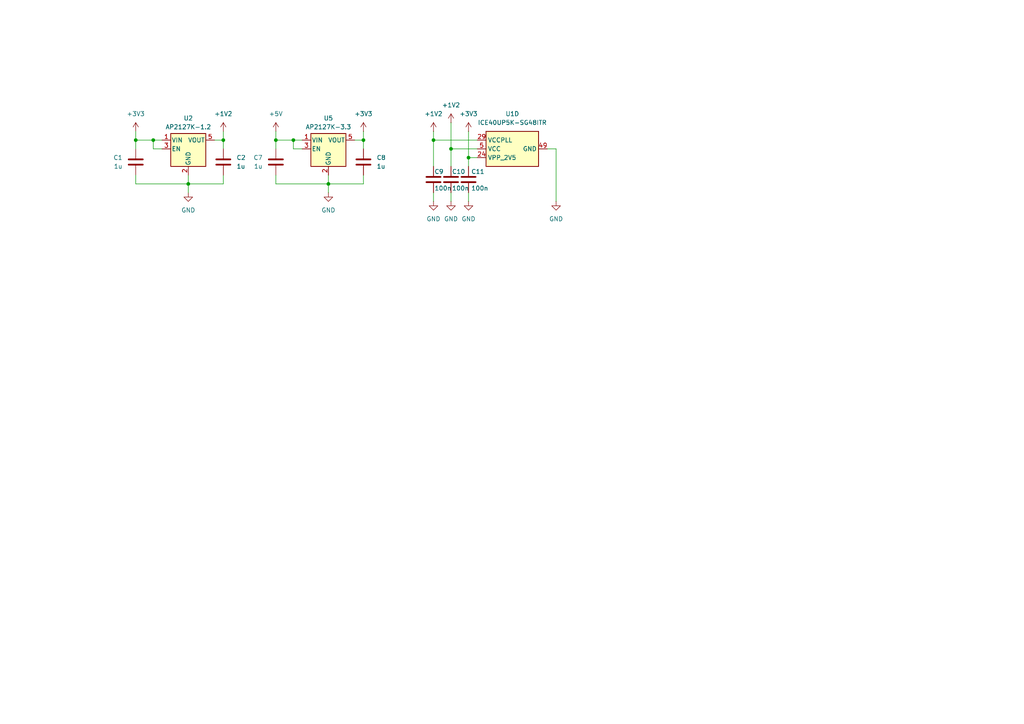
<source format=kicad_sch>
(kicad_sch (version 20231120) (generator "eeschema") (generator_version "8.0")
  (paper "A4")
  (lib_symbols
    (symbol "Device:C" (pin_numbers hide) (pin_names (offset 0.254))
      (property "Reference" "C" (at 0.635 2.54 0))
      (property "Value" "C" (at 0.635 -2.54 0))
      (symbol "C_0_1"
        (polyline (pts (xy -2.032 -0.762) (xy 2.032 -0.762)) (stroke (width 0.508)))
        (polyline (pts (xy -2.032 0.762) (xy 2.032 0.762)) (stroke (width 0.508)))
      )
      (symbol "C_1_1"
        (pin passive line (at 0 3.81 270) (length 2.794) (name "~") (number "1"))
        (pin passive line (at 0 -3.81 90) (length 2.794) (name "~") (number "2"))
      )
    )
    (symbol "FPGA_Lattice:ICE40UP5K-SG48ITR"
      (property "Reference" "U" (at -8.89 -29.21 0))
      (property "Value" "ICE40UP5K-SG48ITR" (at 0 -31.75 0))
      (symbol "ICE40UP5K-SG48ITR_1_1"
        (rectangle (start -7.62 25.4) (end 7.62 -27.94) (stroke (width 0.254)) (fill (type background)))
        (pin bidirectional line (at -10.16 12.7 0) (length 2.54) (name "IOT_37a") (number "23"))
        (pin bidirectional line (at -10.16 15.24 0) (length 2.54) (name "IOT_36b") (number "25"))
        (pin bidirectional line (at -10.16 7.62 0) (length 2.54) (name "IOT_39a") (number "26"))
        (pin bidirectional line (at -10.16 10.16 0) (length 2.54) (name "IOT_38b") (number "27"))
        (pin bidirectional line (at -10.16 5.08 0) (length 2.54) (name "IOT_41a") (number "28"))
        (pin bidirectional line (at -10.16 2.54 0) (length 2.54) (name "IOT_42b") (number "31"))
        (pin bidirectional line (at -10.16 0 0) (length 2.54) (name "IOT_43a") (number "32"))
        (pin power_in line (at 0 27.94 270) (length 2.54) (name "VCCIO_0") (number "33"))
        (pin bidirectional line (at -10.16 -2.54 0) (length 2.54) (name "IOT_44b") (number "34"))
        (pin bidirectional line (at -10.16 -7.62 0) (length 2.54) (name "IOT_46b_G0") (number "35"))
        (pin bidirectional line (at -10.16 -10.16 0) (length 2.54) (name "IOT_48b") (number "36"))
        (pin bidirectional line (at -10.16 -5.08 0) (length 2.54) (name "IOT_45a_G1") (number "37"))
        (pin bidirectional line (at -10.16 -15.24 0) (length 2.54) (name "IOT_50b") (number "38"))
        (pin open_collector line (at -10.16 -20.32 0) (length 2.54) (name "RGB0") (number "39"))
        (pin open_collector line (at -10.16 -22.86 0) (length 2.54) (name "RGB1") (number "40"))
        (pin open_collector line (at -10.16 -25.4 0) (length 2.54) (name "RGB2") (number "41"))
        (pin bidirectional line (at -10.16 -17.78 0) (length 2.54) (name "IOT_51a") (number "42"))
        (pin bidirectional line (at -10.16 -12.7 0) (length 2.54) (name "IOT_49a") (number "43"))
      )
      (symbol "ICE40UP5K-SG48ITR_2_1"
        (rectangle (start -10.16 25.4) (end 10.16 -25.4) (stroke (width 0.254)) (fill (type background)))
        (pin bidirectional line (at -12.7 5.08 0) (length 2.54) (name "IOB_18a") (number "10"))
        (pin bidirectional line (at -12.7 2.54 0) (length 2.54) (name "IOB_20a") (number "11"))
        (pin bidirectional line (at -12.7 0 0) (length 2.54) (name "IOB_22a") (number "12"))
        (pin bidirectional line (at -12.7 -5.08 0) (length 2.54) (name "IOB_24a") (number "13"))
        (pin bidirectional line (at -12.7 -15.24 0) (length 2.54) (name "IOB_32a_SPI_SO") (number "14"))
        (pin bidirectional line (at -12.7 -20.32 0) (length 2.54) (name "IOB_34a_SPI_SCK") (number "15"))
        (pin bidirectional line (at -12.7 -22.86 0) (length 2.54) (name "IOB_35b_SPI_SS") (number "16"))
        (pin bidirectional line (at -12.7 -17.78 0) (length 2.54) (name "IOB_33b_SPI_SI") (number "17"))
        (pin bidirectional line (at -12.7 -12.7 0) (length 2.54) (name "IOB_31b") (number "18"))
        (pin bidirectional line (at -12.7 -10.16 0) (length 2.54) (name "IOB_29b") (number "19"))
        (pin bidirectional line (at -12.7 -7.62 0) (length 2.54) (name "IOB_25b_G3") (number "20"))
        (pin bidirectional line (at -12.7 -2.54 0) (length 2.54) (name "IOB_23b") (number "21"))
        (pin power_in line (at 0 27.94 270) (length 2.54) (name "SPI_VCCIO1") (number "22"))
        (pin bidirectional line (at -12.7 10.16 0) (length 2.54) (name "IOB_13b") (number "6"))
        (pin open_collector line (at 12.7 17.78 180) (length 2.54) (name "CDONE") (number "7"))
        (pin input line (at -12.7 17.78 0) (length 2.54) (name "~{CRESET}") (number "8"))
        (pin bidirectional line (at -12.7 7.62 0) (length 2.54) (name "IOB_16a") (number "9"))
      )
      (symbol "ICE40UP5K-SG48ITR_3_1"
        (rectangle (start -7.62 15.24) (end 7.62 -15.24) (stroke (width 0.254)) (fill (type background)))
        (pin power_in line (at 0 17.78 270) (length 2.54) (name "VCCIO_2") (number "1"))
        (pin bidirectional line (at -10.16 -7.62 0) (length 2.54) (name "IOB_6a") (number "2"))
        (pin bidirectional line (at -10.16 -12.7 0) (length 2.54) (name "IOB_9b") (number "3"))
        (pin bidirectional line (at -10.16 -10.16 0) (length 2.54) (name "IOB_8a") (number "4"))
        (pin bidirectional line (at -10.16 0 0) (length 2.54) (name "IOB_3b_G6") (number "44"))
        (pin bidirectional line (at -10.16 -5.08 0) (length 2.54) (name "IOB_5b") (number "45"))
        (pin bidirectional line (at -10.16 5.08 0) (length 2.54) (name "IOB_0a") (number "46"))
        (pin bidirectional line (at -10.16 2.54 0) (length 2.54) (name "IOB_2a") (number "47"))
        (pin bidirectional line (at -10.16 -2.54 0) (length 2.54) (name "IOB_4a") (number "48"))
      )
      (symbol "ICE40UP5K-SG48ITR_4_1"
        (rectangle (start -5.08 7.62) (end 5.08 -7.62) (stroke (width 0.254)) (fill (type background)))
        (pin power_in line (at -2.54 10.16 270) (length 2.54) (name "VPP_2V5") (number "24"))
        (pin power_out line (at 2.54 10.16 270) (length 2.54) (name "VCCPLL") (number "29"))
        (pin passive line (at 0 10.16 270) (length 2.54) hide (name "VCC") (number "30"))
        (pin power_in line (at 0 -10.16 90) (length 2.54) (name "GND") (number "49"))
        (pin power_in line (at 0 10.16 270) (length 2.54) (name "VCC") (number "5"))
      )
    )
    (symbol "Regulator_Linear:AP2127K-1.2" (pin_names (offset 0.254))
      (property "Reference" "U" (at -5.08 5.715 0))
      (property "Value" "AP2127K-1.2" (at 0 5.715 0))
      (symbol "AP2127K-1.2_0_1"
        (rectangle (start -5.08 4.445) (end 5.08 -5.08) (stroke (width 0.254)) (fill (type background)))
      )
      (symbol "AP2127K-1.2_1_1"
        (pin power_in line (at -7.62 2.54 0) (length 2.54) (name "VIN") (number "1"))
        (pin power_in line (at 0 -7.62 90) (length 2.54) (name "GND") (number "2"))
        (pin input line (at -7.62 0 0) (length 2.54) (name "EN") (number "3"))
        (pin no_connect line (at 5.08 0 180) (length 2.54) hide (name "NC") (number "4"))
        (pin power_out line (at 7.62 2.54 180) (length 2.54) (name "VOUT") (number "5"))
      )
    )
    (symbol "Regulator_Linear:AP2127K-3.3" (pin_names (offset 0.254))
      (property "Reference" "U" (at -5.08 5.715 0))
      (property "Value" "AP2127K-3.3" (at 0 5.715 0))
      (symbol "AP2127K-3.3_0_1"
        (rectangle (start -5.08 4.445) (end 5.08 -5.08) (stroke (width 0.254)) (fill (type background)))
      )
      (symbol "AP2127K-3.3_1_1"
        (pin power_in line (at -7.62 2.54 0) (length 2.54) (name "VIN") (number "1"))
        (pin power_in line (at 0 -7.62 90) (length 2.54) (name "GND") (number "2"))
        (pin input line (at -7.62 0 0) (length 2.54) (name "EN") (number "3"))
        (pin no_connect line (at 5.08 0 180) (length 2.54) hide (name "NC") (number "4"))
        (pin power_out line (at 7.62 2.54 180) (length 2.54) (name "VOUT") (number "5"))
      )
    )
    (symbol "power:+1V2" (power) (pin_numbers hide) (pin_names (offset 0) hide)
      (property "Value" "+1V2" (at 0 3.556 0))
      (symbol "+1V2_0_1"
        (polyline (pts (xy -0.762 1.27) (xy 0 2.54)))
        (polyline (pts (xy 0 0) (xy 0 2.54)))
        (polyline (pts (xy 0 2.54) (xy 0.762 1.27)))
      )
      (symbol "+1V2_1_1"
        (pin power_in line (at 0 0 90) (length 0) (name "~") (number "1"))
      )
    )
    (symbol "power:+3V3" (power) (pin_numbers hide) (pin_names (offset 0) hide)
      (property "Value" "+3V3" (at 0 3.556 0))
      (symbol "+3V3_0_1"
        (polyline (pts (xy -0.762 1.27) (xy 0 2.54)))
        (polyline (pts (xy 0 0) (xy 0 2.54)))
        (polyline (pts (xy 0 2.54) (xy 0.762 1.27)))
      )
      (symbol "+3V3_1_1"
        (pin power_in line (at 0 0 90) (length 0) (name "~") (number "1"))
      )
    )
    (symbol "power:+5V" (power) (pin_numbers hide) (pin_names (offset 0) hide)
      (property "Value" "+5V" (at 0 3.556 0))
      (symbol "+5V_0_1"
        (polyline (pts (xy -0.762 1.27) (xy 0 2.54)))
        (polyline (pts (xy 0 0) (xy 0 2.54)))
        (polyline (pts (xy 0 2.54) (xy 0.762 1.27)))
      )
      (symbol "+5V_1_1"
        (pin power_in line (at 0 0 90) (length 0) (name "~") (number "1"))
      )
    )
    (symbol "power:GND" (power) (pin_numbers hide) (pin_names (offset 0) hide)
      (property "Value" "GND" (at 0 -3.81 0))
      (symbol "GND_0_1"
        (polyline (pts (xy 0 0) (xy 0 -1.27) (xy 1.27 -1.27) (xy 0 -2.54) (xy -1.27 -1.27) (xy 0 -1.27)))
      )
      (symbol "GND_1_1"
        (pin power_in line (at 0 0 270) (length 0) (name "~") (number "1"))
      )
    )
  )
  (junction (at 125.73 40.64))
  (junction (at 54.61 53.34))
  (junction (at 39.37 40.64))
  (junction (at 105.41 40.64))
  (junction (at 85.09 40.64))
  (junction (at 135.89 45.72))
  (junction (at 80.01 40.64))
  (junction (at 130.81 43.18))
  (junction (at 64.77 40.64))
  (junction (at 95.25 53.34))
  (junction (at 44.45 40.64))
  (wire (pts (xy 95.25 53.34) (xy 95.25 50.8)))
  (wire (pts (xy 130.81 48.26) (xy 130.81 43.18)))
  (wire (pts (xy 64.77 40.64) (xy 64.77 43.18)))
  (wire (pts (xy 158.75 43.18) (xy 161.29 43.18)))
  (wire (pts (xy 39.37 40.64) (xy 44.45 40.64)))
  (wire (pts (xy 87.63 43.18) (xy 85.09 43.18)))
  (wire (pts (xy 39.37 53.34) (xy 54.61 53.34)))
  (wire (pts (xy 135.89 38.1) (xy 135.89 45.72)))
  (wire (pts (xy 161.29 43.18) (xy 161.29 58.42)))
  (wire (pts (xy 80.01 50.8) (xy 80.01 53.34)))
  (wire (pts (xy 80.01 53.34) (xy 95.25 53.34)))
  (wire (pts (xy 62.23 40.64) (xy 64.77 40.64)))
  (wire (pts (xy 125.73 48.26) (xy 125.73 40.64)))
  (wire (pts (xy 64.77 53.34) (xy 54.61 53.34)))
  (wire (pts (xy 130.81 35.56) (xy 130.81 43.18)))
  (wire (pts (xy 54.61 53.34) (xy 54.61 55.88)))
  (wire (pts (xy 125.73 38.1) (xy 125.73 40.64)))
  (wire (pts (xy 105.41 38.1) (xy 105.41 40.64)))
  (wire (pts (xy 39.37 50.8) (xy 39.37 53.34)))
  (wire (pts (xy 105.41 53.34) (xy 95.25 53.34)))
  (wire (pts (xy 39.37 38.1) (xy 39.37 40.64)))
  (wire (pts (xy 44.45 40.64) (xy 44.45 43.18)))
  (wire (pts (xy 125.73 40.64) (xy 138.43 40.64)))
  (wire (pts (xy 39.37 43.18) (xy 39.37 40.64)))
  (wire (pts (xy 80.01 40.64) (xy 85.09 40.64)))
  (wire (pts (xy 54.61 53.34) (xy 54.61 50.8)))
  (wire (pts (xy 64.77 50.8) (xy 64.77 53.34)))
  (wire (pts (xy 85.09 40.64) (xy 85.09 43.18)))
  (wire (pts (xy 130.81 55.88) (xy 130.81 58.42)))
  (wire (pts (xy 130.81 43.18) (xy 138.43 43.18)))
  (wire (pts (xy 105.41 40.64) (xy 105.41 43.18)))
  (wire (pts (xy 102.87 40.64) (xy 105.41 40.64)))
  (wire (pts (xy 138.43 45.72) (xy 135.89 45.72)))
  (wire (pts (xy 105.41 50.8) (xy 105.41 53.34)))
  (wire (pts (xy 80.01 43.18) (xy 80.01 40.64)))
  (wire (pts (xy 44.45 40.64) (xy 46.99 40.64)))
  (wire (pts (xy 95.25 53.34) (xy 95.25 55.88)))
  (wire (pts (xy 125.73 55.88) (xy 125.73 58.42)))
  (wire (pts (xy 135.89 55.88) (xy 135.89 58.42)))
  (wire (pts (xy 46.99 43.18) (xy 44.45 43.18)))
  (wire (pts (xy 80.01 38.1) (xy 80.01 40.64)))
  (wire (pts (xy 135.89 45.72) (xy 135.89 48.26)))
  (wire (pts (xy 85.09 40.64) (xy 87.63 40.64)))
  (wire (pts (xy 64.77 38.1) (xy 64.77 40.64)))
  (symbol (lib_id "power:+5V") (at 80.01 38.1 0) (unit 1)
    (property "Reference" "#PWR010" (effects (hide yes)))
    (property "Value" "+5V" (at 80.01 33.02 0))
    (property "Description" "Power symbol creates a global label with name \"+5V\"" (effects (hide yes)))
  )
  (symbol (lib_id "power:+3V3") (at 39.37 38.1 0) (unit 1)
    (property "Reference" "#PWR01" (effects (hide yes)))
    (property "Value" "+3V3" (at 39.37 33.02 0))
    (property "Description" "Power symbol creates a global label with name \"+3V3\"" (effects (hide yes)))
  )
  (symbol (lib_id "power:GND") (at 95.25 55.88 0) (unit 1)
    (property "Reference" "#PWR011" (effects (hide yes)))
    (property "Value" "GND" (at 95.25 60.96 0))
    (property "Description" "Power symbol creates a global label with name \"GND\" , ground" (effects (hide yes)))
  )
  (symbol (lib_id "power:GND") (at 130.81 58.42 0) (unit 1)
    (property "Reference" "#PWR016" (effects (hide yes)))
    (property "Value" "GND" (at 130.81 63.5 0))
    (property "Description" "Power symbol creates a global label with name \"GND\" , ground" (effects (hide yes)))
  )
  (symbol (lib_id "Device:C") (at 80.01 46.99 0) (mirror y) (unit 1)
    (property "Reference" "C7" (at 76.2 45.7199 0) (effects (justify left)))
    (property "Value" "1u" (at 76.2 48.2599 0) (effects (justify left)))
    (property "Footprint" "Capacitor_SMD:C_0805_2012Metric" (effects (hide yes)))
    (property "Description" "Unpolarized capacitor" (effects (hide yes)))
  )
  (symbol (lib_id "power:GND") (at 54.61 55.88 0) (unit 1)
    (property "Reference" "#PWR02" (effects (hide yes)))
    (property "Value" "GND" (at 54.61 60.96 0))
    (property "Description" "Power symbol creates a global label with name \"GND\" , ground" (effects (hide yes)))
  )
  (symbol (lib_id "power:GND") (at 135.89 58.42 0) (unit 1)
    (property "Reference" "#PWR018" (effects (hide yes)))
    (property "Value" "GND" (at 135.89 63.5 0))
    (property "Description" "Power symbol creates a global label with name \"GND\" , ground" (effects (hide yes)))
  )
  (symbol (lib_id "Device:C") (at 39.37 46.99 0) (mirror y) (unit 1)
    (property "Reference" "C1" (at 35.56 45.7199 0) (effects (justify left)))
    (property "Value" "1u" (at 35.56 48.2599 0) (effects (justify left)))
    (property "Footprint" "Capacitor_SMD:C_0805_2012Metric" (effects (hide yes)))
    (property "Description" "Unpolarized capacitor" (effects (hide yes)))
  )
  (symbol (lib_id "Regulator_Linear:AP2127K-1.2") (at 54.61 43.18 0) (unit 1)
    (property "Reference" "U2" (at 54.61 34.29 0))
    (property "Value" "AP2127K-1.2" (at 54.61 36.83 0))
    (property "Footprint" "Package_TO_SOT_SMD:SOT-23-5" (effects (hide yes)))
    (property "Datasheet" "https://www.diodes.com/assets/Datasheets/AP2127.pdf" (effects (hide yes)))
    (property "Description" "300mA low dropout linear regulator, shutdown pin, 2.5V-6V input voltage, 1.2V fixed positive output, SOT-23-5" (effects (hide yes)))
  )
  (symbol (lib_id "power:+3V3") (at 105.41 38.1 0) (unit 1)
    (property "Reference" "#PWR012" (effects (hide yes)))
    (property "Value" "+3V3" (at 105.41 33.02 0))
    (property "Description" "Power symbol creates a global label with name \"+3V3\"" (effects (hide yes)))
  )
  (symbol (lib_id "power:+1V2") (at 130.81 35.56 0) (unit 1)
    (property "Reference" "#PWR015" (effects (hide yes)))
    (property "Value" "+1V2" (at 130.81 30.48 0))
    (property "Description" "Power symbol creates a global label with name \"+1V2\"" (effects (hide yes)))
  )
  (symbol (lib_id "power:GND") (at 161.29 58.42 0) (unit 1)
    (property "Reference" "#PWR019" (effects (hide yes)))
    (property "Value" "GND" (at 161.29 63.5 0))
    (property "Description" "Power symbol creates a global label with name \"GND\" , ground" (effects (hide yes)))
  )
  (symbol (lib_id "Device:C") (at 125.73 52.07 0) (unit 1)
    (property "Reference" "C9" (at 125.984 49.784 0) (effects (justify left)))
    (property "Value" "100n" (at 125.984 54.61 0) (effects (justify left)))
    (property "Footprint" "Capacitor_SMD:C_0603_1608Metric" (effects (hide yes)))
    (property "Description" "Unpolarized capacitor" (effects (hide yes)))
  )
  (symbol (lib_id "FPGA_Lattice:ICE40UP5K-SG48ITR") (at 148.59 43.18 90) (unit 4)
    (property "Reference" "U1" (at 148.59 33.02 90))
    (property "Value" "ICE40UP5K-SG48ITR" (at 148.59 35.56 90))
    (property "Footprint" "Package_DFN_QFN:QFN-48-1EP_7x7mm_P0.5mm_EP5.6x5.6mm" (effects (hide yes)))
    (property "Datasheet" "http://www.latticesemi.com/Products/FPGAandCPLD/iCE40Ultra" (effects (hide yes)))
    (property "Description" "iCE40 UltraPlus FPGA, 5280 LUTs, 1.2V, 48-pin QFN" (effects (hide yes)))
  )
  (symbol (lib_id "Regulator_Linear:AP2127K-3.3") (at 95.25 43.18 0) (unit 1)
    (property "Reference" "U5" (at 95.25 34.29 0))
    (property "Value" "AP2127K-3.3" (at 95.25 36.83 0))
    (property "Footprint" "Package_TO_SOT_SMD:SOT-23-5" (effects (hide yes)))
    (property "Datasheet" "https://www.diodes.com/assets/Datasheets/AP2127.pdf" (effects (hide yes)))
    (property "Description" "300mA low dropout linear regulator, shutdown pin, 2.5V-6V input voltage, 3.3V fixed positive output, SOT-23-5" (effects (hide yes)))
  )
  (symbol (lib_id "Device:C") (at 135.89 52.07 0) (unit 1)
    (property "Reference" "C11" (at 136.652 49.784 0) (effects (justify left)))
    (property "Value" "100n" (at 136.652 54.61 0) (effects (justify left)))
    (property "Footprint" "Capacitor_SMD:C_0603_1608Metric" (effects (hide yes)))
    (property "Description" "Unpolarized capacitor" (effects (hide yes)))
  )
  (symbol (lib_id "Device:C") (at 130.81 52.07 0) (unit 1)
    (property "Reference" "C10" (at 131.064 49.784 0) (effects (justify left)))
    (property "Value" "100n" (at 131.064 54.61 0) (effects (justify left)))
    (property "Footprint" "Capacitor_SMD:C_0603_1608Metric" (effects (hide yes)))
    (property "Description" "Unpolarized capacitor" (effects (hide yes)))
  )
  (symbol (lib_id "Device:C") (at 64.77 46.99 0) (unit 1)
    (property "Reference" "C2" (at 68.58 45.7199 0) (effects (justify left)))
    (property "Value" "1u" (at 68.58 48.2599 0) (effects (justify left)))
    (property "Footprint" "Capacitor_SMD:C_0805_2012Metric" (effects (hide yes)))
    (property "Description" "Unpolarized capacitor" (effects (hide yes)))
  )
  (symbol (lib_id "power:+1V2") (at 64.77 38.1 0) (unit 1)
    (property "Reference" "#PWR03" (effects (hide yes)))
    (property "Value" "+1V2" (at 64.77 33.02 0))
    (property "Description" "Power symbol creates a global label with name \"+1V2\"" (effects (hide yes)))
  )
  (symbol (lib_id "Device:C") (at 105.41 46.99 0) (unit 1)
    (property "Reference" "C8" (at 109.22 45.7199 0) (effects (justify left)))
    (property "Value" "1u" (at 109.22 48.2599 0) (effects (justify left)))
    (property "Footprint" "Capacitor_SMD:C_0805_2012Metric" (effects (hide yes)))
    (property "Description" "Unpolarized capacitor" (effects (hide yes)))
  )
  (symbol (lib_id "power:+3V3") (at 135.89 38.1 0) (unit 1)
    (property "Reference" "#PWR04" (effects (hide yes)))
    (property "Value" "+3V3" (at 135.89 33.02 0))
    (property "Description" "Power symbol creates a global label with name \"+3V3\"" (effects (hide yes)))
  )
  (symbol (lib_id "power:+1V2") (at 125.73 38.1 0) (unit 1)
    (property "Reference" "#PWR013" (effects (hide yes)))
    (property "Value" "+1V2" (at 125.73 33.02 0))
    (property "Description" "Power symbol creates a global label with name \"+1V2\"" (effects (hide yes)))
  )
  (symbol (lib_id "power:GND") (at 125.73 58.42 0) (unit 1)
    (property "Reference" "#PWR014" (effects (hide yes)))
    (property "Value" "GND" (at 125.73 63.5 0))
    (property "Description" "Power symbol creates a global label with name \"GND\" , ground" (effects (hide yes)))
  )
)
</source>
